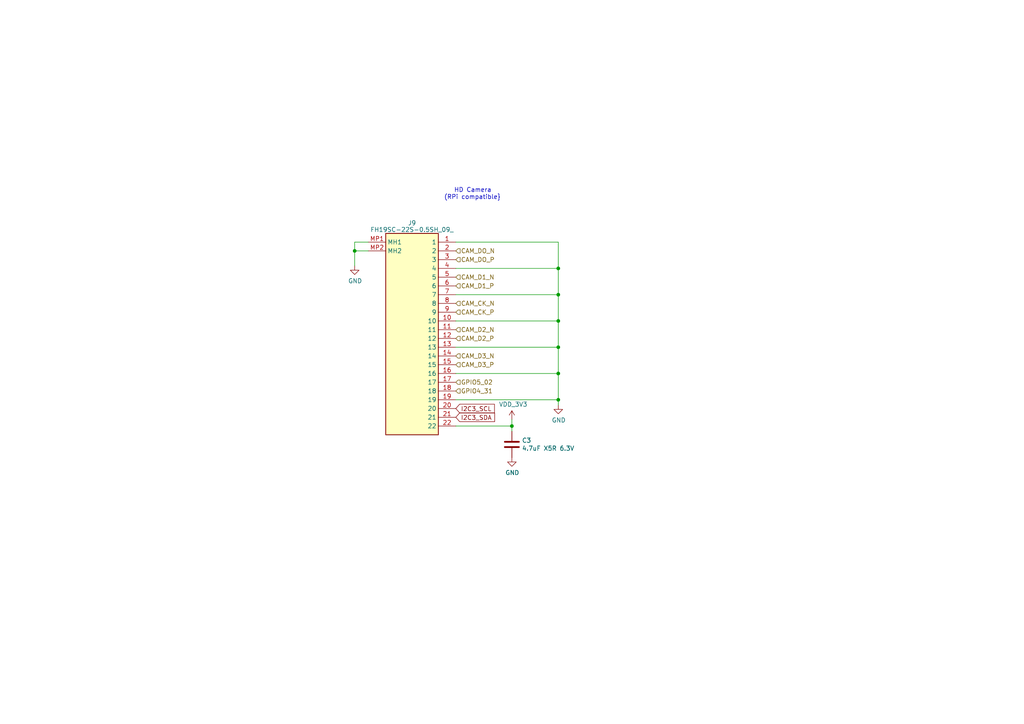
<source format=kicad_sch>
(kicad_sch (version 20230121) (generator eeschema)
  (paper "A4")
  (lib_symbols
    (symbol "Connector:FH19SC-22S-0.5SH_09_"
      (property "Reference" "J" (at 21.59 7.62 0))
      (property "Value" "FH19SC-22S-0.5SH_09_" (at 21.59 5.08 0))
      (symbol "FH19SC-22S-0.5SH_09__1_1"
        (rectangle (start 5.08 2.54) (end 20.32 -55.88) (stroke (width 0.254)) (fill (type background)))
        (pin passive line (at 25.4 0 180) (length 5.08) (name "1") (number "1"))
        (pin passive line (at 25.4 -22.86 180) (length 5.08) (name "10") (number "10"))
        (pin passive line (at 25.4 -25.4 180) (length 5.08) (name "11") (number "11"))
        (pin passive line (at 25.4 -27.94 180) (length 5.08) (name "12") (number "12"))
        (pin passive line (at 25.4 -30.48 180) (length 5.08) (name "13") (number "13"))
        (pin passive line (at 25.4 -33.02 180) (length 5.08) (name "14") (number "14"))
        (pin passive line (at 25.4 -35.56 180) (length 5.08) (name "15") (number "15"))
        (pin passive line (at 25.4 -38.1 180) (length 5.08) (name "16") (number "16"))
        (pin passive line (at 25.4 -40.64 180) (length 5.08) (name "17") (number "17"))
        (pin passive line (at 25.4 -43.18 180) (length 5.08) (name "18") (number "18"))
        (pin passive line (at 25.4 -45.72 180) (length 5.08) (name "19") (number "19"))
        (pin passive line (at 25.4 -2.54 180) (length 5.08) (name "2") (number "2"))
        (pin passive line (at 25.4 -48.26 180) (length 5.08) (name "20") (number "20"))
        (pin passive line (at 25.4 -50.8 180) (length 5.08) (name "21") (number "21"))
        (pin passive line (at 25.4 -53.34 180) (length 5.08) (name "22") (number "22"))
        (pin passive line (at 25.4 -5.08 180) (length 5.08) (name "3") (number "3"))
        (pin passive line (at 25.4 -7.62 180) (length 5.08) (name "4") (number "4"))
        (pin passive line (at 25.4 -10.16 180) (length 5.08) (name "5") (number "5"))
        (pin passive line (at 25.4 -12.7 180) (length 5.08) (name "6") (number "6"))
        (pin passive line (at 25.4 -15.24 180) (length 5.08) (name "7") (number "7"))
        (pin passive line (at 25.4 -17.78 180) (length 5.08) (name "8") (number "8"))
        (pin passive line (at 25.4 -20.32 180) (length 5.08) (name "9") (number "9"))
        (pin passive line (at 0 0 0) (length 5.08) (name "MH1") (number "MP1"))
        (pin passive line (at 0 -2.54 0) (length 5.08) (name "MH2") (number "MP2"))
      )
    )
    (symbol "Device:C" (pin_numbers hide) (pin_names (offset 0.254))
      (property "Reference" "C" (at 0.635 2.54 0))
      (property "Value" "C" (at 0.635 -2.54 0))
      (symbol "C_0_1"
        (polyline (pts (xy -2.032 -0.762) (xy 2.032 -0.762)) (stroke (width 0.508)))
        (polyline (pts (xy -2.032 0.762) (xy 2.032 0.762)) (stroke (width 0.508)))
      )
      (symbol "C_1_1"
        (pin passive line (at 0 3.81 270) (length 2.794) (name "~") (number "1"))
        (pin passive line (at 0 -3.81 90) (length 2.794) (name "~") (number "2"))
      )
    )
    (symbol "kimchi_ulid:VDD_3V3" (power) (pin_names (offset 0))
      (property "Value" "VDD_3V3" (at 0 3.556 0))
      (symbol "VDD_3V3_0_1"
        (polyline (pts (xy -0.762 1.27) (xy 0 2.54)))
        (polyline (pts (xy 0 0) (xy 0 2.54)))
        (polyline (pts (xy 0 2.54) (xy 0.762 1.27)))
      )
      (symbol "VDD_3V3_1_1"
        (pin power_in line (at 0 0 90) (length 0) hide (name "VDD_3V3") (number "1"))
      )
    )
    (symbol "power:GND" (power) (pin_names (offset 0))
      (property "Value" "GND" (at 0 -3.81 0))
      (symbol "GND_0_1"
        (polyline (pts (xy 0 0) (xy 0 -1.27) (xy 1.27 -1.27) (xy 0 -2.54) (xy -1.27 -1.27) (xy 0 -1.27)))
      )
      (symbol "GND_1_1"
        (pin power_in line (at 0 0 270) (length 0) hide (name "GND") (number "1"))
      )
    )
  )
  (junction (at 161.925 85.471))
  (junction (at 161.925 100.711))
  (junction (at 161.925 108.331))
  (junction (at 148.463 123.571))
  (junction (at 161.925 77.851))
  (junction (at 102.87 72.771))
  (junction (at 161.925 93.091))
  (junction (at 161.925 115.951))
  (wire (pts (xy 102.87 72.771) (xy 106.807 72.771)))
  (wire (pts (xy 132.207 93.091) (xy 161.925 93.091)))
  (wire (pts (xy 148.463 121.666) (xy 148.463 123.571)))
  (wire (pts (xy 132.207 100.711) (xy 161.925 100.711)))
  (wire (pts (xy 161.925 70.231) (xy 161.925 77.851)))
  (wire (pts (xy 161.925 77.851) (xy 161.925 85.471)))
  (wire (pts (xy 102.87 72.771) (xy 102.87 77.089)))
  (wire (pts (xy 102.87 70.231) (xy 102.87 72.771)))
  (wire (pts (xy 132.207 108.331) (xy 161.925 108.331)))
  (wire (pts (xy 161.925 115.951) (xy 161.925 117.475)))
  (wire (pts (xy 161.925 85.471) (xy 161.925 93.091)))
  (wire (pts (xy 148.463 123.571) (xy 148.463 125.095)))
  (wire (pts (xy 106.807 70.231) (xy 102.87 70.231)))
  (wire (pts (xy 132.207 85.471) (xy 161.925 85.471)))
  (wire (pts (xy 161.925 100.711) (xy 161.925 108.331)))
  (wire (pts (xy 132.207 77.851) (xy 161.925 77.851)))
  (wire (pts (xy 161.925 93.091) (xy 161.925 100.711)))
  (wire (pts (xy 132.207 123.571) (xy 148.463 123.571)))
  (wire (pts (xy 132.207 115.951) (xy 161.925 115.951)))
  (wire (pts (xy 132.207 70.231) (xy 161.925 70.231)))
  (wire (pts (xy 161.925 108.331) (xy 161.925 115.951)))
  (text "   HD Camera\n(RPi compatible}" (at 128.778 58.039 0) (effects (font (size 1.27 1.27)) (justify left bottom)))
  (global_label "I2C3_SDA" (shape input) (at 132.207 121.031 0) (property "Intersheetrefs" "${INTERSHEET_REFS}" (effects hide)))
  (global_label "I2C3_SCL" (shape input) (at 132.207 118.491 0) (property "Intersheetrefs" "${INTERSHEET_REFS}" (effects hide)))
  (hierarchical_label "CAM_D2_P" (shape input) (at 132.207 98.171 0))
  (hierarchical_label "CAM_DO_P" (shape input) (at 132.207 75.311 0))
  (hierarchical_label "GPIO4_31" (shape input) (at 132.207 113.411 0))
  (hierarchical_label "CAM_CK_P" (shape input) (at 132.207 90.551 0))
  (hierarchical_label "CAM_D1_P" (shape input) (at 132.207 82.931 0))
  (hierarchical_label "CAM_D1_N" (shape input) (at 132.207 80.391 0))
  (hierarchical_label "CAM_D3_P" (shape input) (at 132.207 105.791 0))
  (hierarchical_label "CAM_CK_N" (shape input) (at 132.207 88.011 0))
  (hierarchical_label "CAM_DO_N" (shape input) (at 132.207 72.771 0))
  (hierarchical_label "CAM_D3_N" (shape input) (at 132.207 103.251 0))
  (hierarchical_label "CAM_D2_N" (shape input) (at 132.207 95.631 0))
  (hierarchical_label "GPIO5_02" (shape input) (at 132.207 110.871 0))
  (symbol (lib_id "power:GND") (at 148.463 132.715 0) (unit 1)
    (property "Reference" "#PWR0130" (effects hide))
    (property "Value" "GND" (at 148.59 137.1092 0))
    (instances (project "kimchi-camera-lid" (path "" (reference "#PWR0130") (unit 1))) (project "drone-control" (path "" (reference "#PWR04") (unit 1))))
  )
  (symbol (lib_id "power:GND") (at 161.925 117.475 0) (unit 1)
    (property "Reference" "#PWR0125" (effects hide))
    (property "Value" "GND" (at 162.052 121.8692 0))
    (instances (project "kimchi-camera-lid" (path "" (reference "#PWR0125") (unit 1))) (project "drone-control" (path "" (reference "#PWR08") (unit 1))))
  )
  (symbol (lib_id "kimchi_ulid:VDD_3V3") (at 148.463 121.666 0) (unit 1)
    (property "Reference" "#PWR0126" (effects hide))
    (property "Value" "VDD_3V3" (at 148.844 117.2718 0))
    (instances (project "kimchi-camera-lid" (path "" (reference "#PWR0126") (unit 1))) (project "drone-control" (path "" (reference "#PWR03") (unit 1))))
  )
  (symbol (lib_id "Device:C") (at 148.463 128.905 0) (unit 1)
    (property "Reference" "C3" (at 151.384 127.7366 0) (effects (justify left)))
    (property "Value" "4.7uF X5R 6.3V" (at 151.384 130.048 0) (effects (justify left)))
    (property "Footprint" "Capacitor_SMD:C_0603_1608Metric" (effects hide))
    (property "Mfgr" "Samsung" (effects hide))
    (property "Mfgrpart" "CL10A475KQ8NNNC" (effects hide))
    (instances (project "kimchi-camera-lid" (path "" (reference "C3") (unit 1))) (project "drone-control" (path "" (reference "C5") (unit 1))))
  )
  (symbol (lib_id "Connector:FH19SC-22S-0.5SH_09_") (at 106.807 70.231 0) (unit 1)
    (property "Reference" "J9" (at 119.507 64.6811 0))
    (property "Value" "FH19SC-22S-0.5SH_09_" (at 119.507 66.6021 0))
    (property "Footprint" "drone-control:FH19SC22S05SH09" (effects hide))
    (property "Datasheet" "https://componentsearchengine.com/Datasheets/1/FH19SC-22S-0.5SH(09).pdf" (effects hide))
    (property "Height" "1.6" (effects hide))
    (property "Mouser Part Number" "798-FH19SC22S05SH09" (effects hide))
    (property "Mouser Price/Stock" "https://www.mouser.co.uk/ProductDetail/Hirose-Connector/FH19SC-22S-0.5SH09?qs=vnk2wBG9e17xnbuodBI4OQ%3D%3D" (effects hide))
    (property "Manufacturer_Name" "Hirose" (effects hide))
    (property "Manufacturer_Part_Number" "FH19SC-22S-0.5SH(09)" (effects hide))
  )
  (symbol (lib_id "power:GND") (at 102.87 77.089 0) (unit 1)
    (property "Reference" "#PWR0127" (effects hide))
    (property "Value" "GND" (at 102.997 81.4832 0))
    (instances (project "kimchi-camera-lid" (path "" (reference "#PWR0127") (unit 1))) (project "drone-control" (path "" (reference "#PWR05") (unit 1))))
  )
)
</source>
